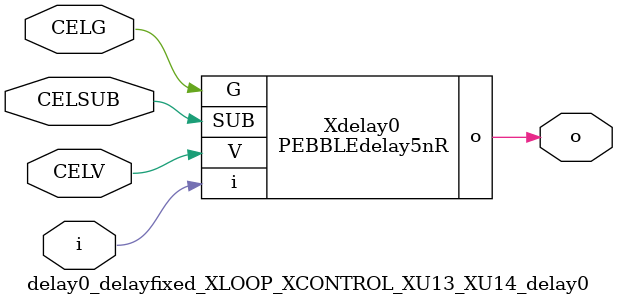
<source format=v>



module PEBBLEdelay5nR ( o, V, G, i, SUB );

  input V;
  input i;
  input G;
  output o;
  input SUB;
endmodule

//Celera Confidential Do Not Copy delay0_delayfixed_XLOOP_XCONTROL_XU13_XU14_delay0
//TYPE: fixed 5ns
module delay0_delayfixed_XLOOP_XCONTROL_XU13_XU14_delay0 (i, CELV, o,
CELG,CELSUB);
input CELV;
input i;
output o;
input CELSUB;
input CELG;

//Celera Confidential Do Not Copy delayfast0
PEBBLEdelay5nR Xdelay0(
.V (CELV),
.i (i),
.o (o),
.G (CELG),
.SUB (CELSUB)
);
//,diesize,PEBBLEdelay5nR

//Celera Confidential Do Not Copy Module End
//Celera Schematic Generator
endmodule

</source>
